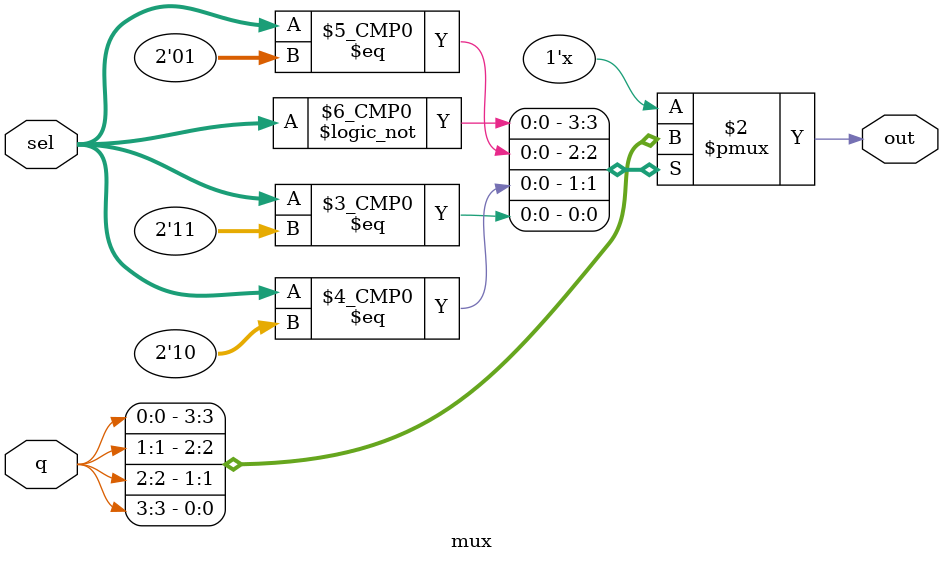
<source format=v>
module mux (
    input [3:0] q,
    input [1:0] sel,
    output reg out
);
    always @(*) begin
        case(sel)
            2'b00: out = q[0];
            2'b01: out = q[1];
            2'b10: out = q[2];
            2'b11: out = q[3];
        endcase
    end
endmodule
</source>
